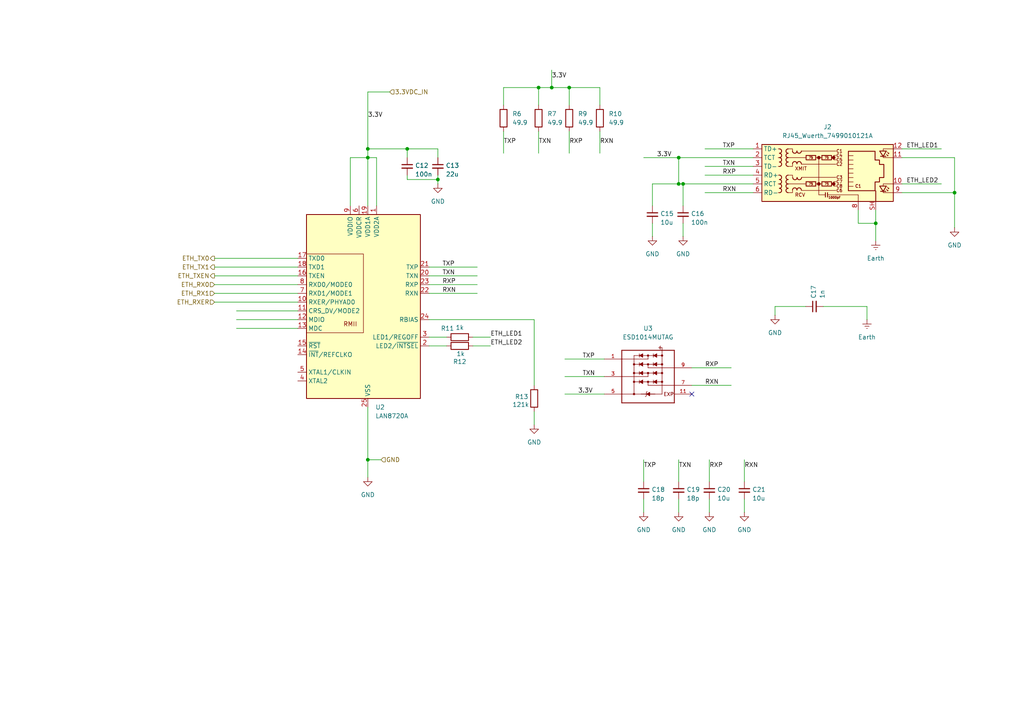
<source format=kicad_sch>
(kicad_sch (version 20231120) (generator "eeschema") (generator_version "8.0")
  (paper "A4")
  (lib_symbols
    (symbol "Connector:RJ45_Wuerth_7499010121A"
      (property "Reference" "J" (at 17.78 10.16 0))
      (property "Value" "RJ45_Wuerth_7499010121A" (at -6.35 10.16 0))
      (symbol "RJ45_Wuerth_7499010121A_0_0"
        (circle (center -1.27 -2.54) (radius 0.0001) (stroke (width 0.508)))
        (circle (center -1.27 5.08) (radius 0.0001) (stroke (width 0.508)))
        (polyline (pts (xy -1.27 5.08) (xy -1.27 -5.715)))
        (polyline (pts (xy 0.635 -5.08) (xy 0.635 -6.35)) (stroke (width 0.254)))
        (polyline (pts (xy 1.27 -5.08) (xy 1.27 -6.35)) (stroke (width 0.254)))
        (polyline (pts (xy 3.048 -2.54) (xy 2.54 -2.54)))
        (polyline (pts (xy 3.048 5.08) (xy 2.54 5.08)))
        (polyline (pts (xy 17.399 -3.175) (xy 17.399 -2.54) (xy 20.32 -2.54)))
        (polyline (pts (xy 17.399 6.985) (xy 17.399 7.62) (xy 20.32 7.62)))
        (polyline (pts (xy 20.32 -5.08) (xy 17.399 -5.08) (xy 17.399 -4.572)))
        (polyline (pts (xy 20.32 5.08) (xy 17.399 5.08) (xy 17.399 5.588)))
        (polyline (pts (xy 3.683 -1.905) (xy 3.048 -1.905) (xy 3.048 -3.175) (xy 3.683 -3.175)))
        (polyline (pts (xy 3.683 5.715) (xy 3.048 5.715) (xy 3.048 4.445) (xy 3.683 4.445)))
        (circle (center 3.048 -2.54) (radius 0.0001) (stroke (width 0.508)))
        (circle (center 3.048 5.08) (radius 0.0001) (stroke (width 0.508)))
        (text "C1" (at 4.699 6.985 0) (effects (font (size 0.889 0.889))))
        (text "C1" (at 10.16 -3.175 0) (effects (font (size 0.889 0.889))))
        (text "C2" (at 4.699 3.175 0) (effects (font (size 0.889 0.889))))
        (text "C3" (at 4.699 -0.635 0) (effects (font (size 0.889 0.889))))
        (text "C4" (at 4.699 5.715 0) (effects (font (size 0.889 0.889))))
        (text "C5" (at 4.699 4.445 0) (effects (font (size 0.889 0.889))))
        (text "C6" (at 4.699 -4.445 0) (effects (font (size 0.889 0.889))))
        (text "C7" (at 4.699 -1.905 0) (effects (font (size 0.889 0.889))))
        (text "C8" (at 4.699 -3.175 0) (effects (font (size 0.889 0.889))))
        (text "RCV" (at -8.255 -5.715 0) (effects (font (size 1.016 1.016)) (justify left)))
        (text "XMIT" (at -8.255 1.905 0) (effects (font (size 1.016 1.016)) (justify left)))
      )
      (symbol "RJ45_Wuerth_7499010121A_0_1"
        (rectangle (start -17.78 8.89) (end 20.32 -7.62) (stroke (width 0.254)) (fill (type background)))
        (polyline (pts (xy -12.7 -5.08) (xy -13.081 -5.08)))
        (polyline (pts (xy -12.7 -2.54) (xy -13.081 -2.54)))
        (polyline (pts (xy -12.7 0) (xy -13.081 0)))
        (polyline (pts (xy -12.7 2.54) (xy -13.081 2.54)))
        (polyline (pts (xy -12.7 5.08) (xy -13.081 5.08)))
        (polyline (pts (xy -12.7 7.62) (xy -13.081 7.62)))
        (polyline (pts (xy -6.35 -4.445) (xy 3.683 -4.445)))
        (polyline (pts (xy -6.35 3.175) (xy 3.683 3.175)))
        (polyline (pts (xy -6.35 6.985) (xy 3.683 6.985)))
        (polyline (pts (xy -6.223 -0.635) (xy 3.683 -0.635)))
        (polyline (pts (xy -5.08 -2.54) (xy -10.16 -2.54)))
        (polyline (pts (xy -4.953 5.08) (xy -10.16 5.08)))
        (polyline (pts (xy -2.159 -2.54) (xy -0.381 -2.54)))
        (polyline (pts (xy -2.159 5.08) (xy -0.381 5.08)))
        (polyline (pts (xy 0.635 -5.715) (xy -1.27 -5.715)))
        (polyline (pts (xy 7.4295 -1.9685) (xy 8.6995 -1.9685)))
        (polyline (pts (xy 7.4295 -0.6985) (xy 8.6995 -0.6985)))
        (polyline (pts (xy 7.4295 0.5715) (xy 8.6995 0.5715)))
        (polyline (pts (xy 7.4295 1.8415) (xy 8.6995 1.8415)))
        (polyline (pts (xy 7.4295 3.1115) (xy 8.6995 3.1115)))
        (polyline (pts (xy 8.6995 -3.2385) (xy 7.4295 -3.2385)))
        (polyline (pts (xy 8.6995 4.3815) (xy 7.4295 4.3815)))
        (polyline (pts (xy 8.6995 5.6515) (xy 7.4295 5.6515)))
        (polyline (pts (xy 10.16 -5.715) (xy 1.27 -5.715)))
        (polyline (pts (xy 10.16 -5.715) (xy 10.16 -7.62)))
        (polyline (pts (xy -10.16 0) (xy -8.89 0) (xy -8.89 -0.635)))
        (polyline (pts (xy -10.16 7.62) (xy -8.89 7.62) (xy -8.89 6.985)))
        (polyline (pts (xy -8.89 -4.445) (xy -8.89 -5.08) (xy -10.16 -5.08)))
        (polyline (pts (xy -8.89 3.175) (xy -8.89 2.54) (xy -10.16 2.54)))
      )
      (symbol "RJ45_Wuerth_7499010121A_1_0"
        (text "1000pF" (at 3.302 -6.477 0) (effects (font (size 0.635 0.635))))
      )
      (symbol "RJ45_Wuerth_7499010121A_1_1"
        (arc (start -12.7 -1.27) (mid -12.0677 -0.635) (end -12.7 0) (stroke (width 0.254)))
        (arc (start -12.6973 -5.08) (mid -12.065 -4.445) (end -12.6973 -3.81) (stroke (width 0.254)))
        (arc (start -12.6973 -3.81) (mid -12.065 -3.175) (end -12.6973 -2.54) (stroke (width 0.254)))
        (arc (start -12.6973 -2.54) (mid -12.065 -1.905) (end -12.6973 -1.27) (stroke (width 0.254)))
        (arc (start -12.6973 6.35) (mid -12.065 6.985) (end -12.6973 7.62) (stroke (width 0.254)))
        (arc (start -12.6946 2.54) (mid -12.0623 3.175) (end -12.6946 3.81) (stroke (width 0.254)))
        (arc (start -12.6946 3.81) (mid -12.0623 4.445) (end -12.6946 5.08) (stroke (width 0.254)))
        (arc (start -12.6946 5.08) (mid -12.0623 5.715) (end -12.6946 6.35) (stroke (width 0.254)))
        (arc (start -10.1654 -2.54) (mid -10.7977 -3.175) (end -10.1654 -3.81) (stroke (width 0.254)))
        (arc (start -10.1654 -1.27) (mid -10.7977 -1.905) (end -10.1654 -2.54) (stroke (width 0.254)))
        (arc (start -10.1654 0) (mid -10.7977 -0.635) (end -10.1654 -1.27) (stroke (width 0.254)))
        (arc (start -10.1654 5.08) (mid -10.7977 4.445) (end -10.1654 3.81) (stroke (width 0.254)))
        (arc (start -10.1654 6.35) (mid -10.7977 5.715) (end -10.1654 5.08) (stroke (width 0.254)))
        (arc (start -10.1654 7.62) (mid -10.7977 6.985) (end -10.1654 6.35) (stroke (width 0.254)))
        (arc (start -10.1627 -3.81) (mid -10.795 -4.445) (end -10.1627 -5.08) (stroke (width 0.254)))
        (arc (start -10.1627 3.81) (mid -10.795 3.175) (end -10.1627 2.54) (stroke (width 0.254)))
        (arc (start -8.89 6.9823) (mid -8.255 6.35) (end -7.62 6.9823) (stroke (width 0.254)))
        (arc (start -8.8265 -0.7012) (mid -8.1915 -1.3335) (end -7.5565 -0.7012) (stroke (width 0.254)))
        (arc (start -7.62 -4.3153) (mid -8.255 -3.683) (end -8.89 -4.3153) (stroke (width 0.254)))
        (arc (start -7.62 3.3047) (mid -8.255 3.937) (end -8.89 3.3047) (stroke (width 0.254)))
        (arc (start -7.62 6.985) (mid -6.985 6.3527) (end -6.35 6.985) (stroke (width 0.254)))
        (arc (start -7.5565 -0.6985) (mid -6.9215 -1.3308) (end -6.2865 -0.6985) (stroke (width 0.254)))
        (arc (start -6.35 -4.3126) (mid -6.985 -3.6803) (end -7.62 -4.3126) (stroke (width 0.254)))
        (arc (start -6.35 3.3074) (mid -6.985 3.9397) (end -7.62 3.3074) (stroke (width 0.254)))
        (rectangle (start -4.953 -1.905) (end -2.159 -3.175) (stroke (width 0.254)))
        (rectangle (start -4.953 5.715) (end -2.159 4.445) (stroke (width 0.254)))
        (rectangle (start -0.381 -1.905) (end 2.413 -3.175) (stroke (width 0.254)))
        (rectangle (start -0.381 5.715) (end 2.413 4.445) (stroke (width 0.254)))
        (polyline (pts (xy 15.24 -7.62) (xy 15.24 -4.572)) (stroke (width 0.254)))
        (polyline (pts (xy 18.161 -4.699) (xy 16.637 -4.699)) (stroke (width 0.254)))
        (polyline (pts (xy 18.161 5.461) (xy 16.637 5.461)) (stroke (width 0.254)))
        (polyline (pts (xy 18.796 -4.572) (xy 18.796 -4.318)))
        (polyline (pts (xy 18.796 5.588) (xy 18.796 5.842)))
        (polyline (pts (xy 19.05 -3.937) (xy 19.05 -3.683)))
        (polyline (pts (xy 19.05 6.223) (xy 19.05 6.477)))
        (polyline (pts (xy 18.288 -4.064) (xy 18.796 -4.572) (xy 18.542 -4.572)))
        (polyline (pts (xy 18.288 6.096) (xy 18.796 5.588) (xy 18.542 5.588)))
        (polyline (pts (xy 18.542 -3.429) (xy 19.05 -3.937) (xy 18.796 -3.937)))
        (polyline (pts (xy 18.542 6.731) (xy 19.05 6.223) (xy 18.796 6.223)))
        (polyline (pts (xy 18.288 -3.175) (xy 16.383 -3.175) (xy 17.399 -4.699) (xy 18.288 -3.175)) (stroke (width 0.254)))
        (polyline (pts (xy 18.288 6.985) (xy 16.383 6.985) (xy 17.399 5.461) (xy 18.288 6.985)) (stroke (width 0.254)))
        (polyline (pts (xy 7.3025 -4.5085) (xy 7.3025 6.9215) (xy 15.0495 6.9215) (xy 15.0495 4.3815) (xy 16.3195 4.3815) (xy 16.3195 3.1115) (xy 17.5895 3.1115) (xy 17.5895 -0.6985) (xy 16.3195 -0.6985) (xy 16.3195 -1.9685) (xy 15.0495 -1.9685) (xy 15.0495 -4.5085) (xy 7.3025 -4.5085)) (stroke (width 0.254)))
        (text "75" (at -3.556 -2.54 0) (effects (font (size 0.635 0.635))))
        (text "75" (at -3.556 5.08 0) (effects (font (size 0.635 0.635))))
        (text "75" (at 1.016 -2.54 0) (effects (font (size 0.635 0.635))))
        (text "75" (at 1.016 5.08 0) (effects (font (size 0.635 0.635))))
        (pin passive line (at -20.32 7.62 0) (length 2.54) (name "TD+") (number "1"))
        (pin passive line (at 22.86 -2.54 180) (length 2.54) (name "") (number "10"))
        (pin passive line (at 22.86 5.08 180) (length 2.54) (name "") (number "11"))
        (pin passive line (at 22.86 7.62 180) (length 2.54) (name "") (number "12"))
        (pin passive line (at -20.32 5.08 0) (length 2.54) (name "TCT") (number "2"))
        (pin passive line (at -20.32 2.54 0) (length 2.54) (name "TD-") (number "3"))
        (pin passive line (at -20.32 0 0) (length 2.54) (name "RD+") (number "4"))
        (pin passive line (at -20.32 -2.54 0) (length 2.54) (name "RCT") (number "5"))
        (pin passive line (at -20.32 -5.08 0) (length 2.54) (name "RD-") (number "6"))
        (pin no_connect line (at 20.32 0 0) (length 0) hide (name "NC") (number "7"))
        (pin power_in line (at 10.16 -10.16 90) (length 2.54) (name "") (number "8"))
        (pin passive line (at 22.86 -5.08 180) (length 2.54) (name "") (number "9"))
        (pin passive line (at 15.24 -10.16 90) (length 2.54) (name "") (number "SH"))
      )
    )
    (symbol "Device:C_Small" (pin_numbers hide) (pin_names (offset 0.254) hide)
      (property "Reference" "C" (at 0.254 1.778 0))
      (property "Value" "C_Small" (at 0.254 -2.032 0))
      (symbol "C_Small_0_1"
        (polyline (pts (xy -1.524 -0.508) (xy 1.524 -0.508)) (stroke (width 0.3302)))
        (polyline (pts (xy -1.524 0.508) (xy 1.524 0.508)) (stroke (width 0.3048)))
      )
      (symbol "C_Small_1_1"
        (pin passive line (at 0 2.54 270) (length 2.032) (name "~") (number "1"))
        (pin passive line (at 0 -2.54 90) (length 2.032) (name "~") (number "2"))
      )
    )
    (symbol "Device:R" (pin_numbers hide) (pin_names (offset 0))
      (property "Reference" "R" (at 2.032 0 90))
      (property "Value" "R" (at 0 0 90))
      (symbol "R_0_1"
        (rectangle (start -1.016 -2.54) (end 1.016 2.54) (stroke (width 0.254)))
      )
      (symbol "R_1_1"
        (pin passive line (at 0 3.81 270) (length 1.27) (name "~") (number "1"))
        (pin passive line (at 0 -3.81 90) (length 1.27) (name "~") (number "2"))
      )
    )
    (symbol "ESD1014MUTAG:ESD1014MUTAG" (pin_names (offset 1.016))
      (property "Reference" "U" (at -7.62 7.62 0))
      (property "Value" "ESD1014MUTAG" (at -7.62 -10.16 0))
      (symbol "ESD1014MUTAG_0_0"
        (circle (center -4.064 -5.08) (radius 0.127) (stroke (width 0.1524)))
        (circle (center -4.064 -5.08) (radius 0.254) (stroke (width 0.1524)))
        (circle (center -4.064 -1.524) (radius 0.127) (stroke (width 0.1524)))
        (circle (center -4.064 -1.524) (radius 0.254) (stroke (width 0.1524)))
        (circle (center -4.064 1.016) (radius 0.127) (stroke (width 0.1524)))
        (circle (center -4.064 1.016) (radius 0.254) (stroke (width 0.1524)))
        (circle (center -4.064 3.556) (radius 0.127) (stroke (width 0.1524)))
        (circle (center -4.064 3.556) (radius 0.254) (stroke (width 0.1524)))
        (circle (center 0 -1.524) (radius 0.127) (stroke (width 0.1524)))
        (circle (center 0 -1.524) (radius 0.254) (stroke (width 0.1524)))
        (polyline (pts (xy -7.62 -7.62) (xy -7.62 -5.08)) (stroke (width 0.254)))
        (polyline (pts (xy -7.62 -5.08) (xy -7.62 0)) (stroke (width 0.254)))
        (polyline (pts (xy -7.62 0) (xy -7.62 5.08)) (stroke (width 0.254)))
        (polyline (pts (xy -7.62 5.08) (xy -7.62 7.62)) (stroke (width 0.254)))
        (polyline (pts (xy -7.62 5.08) (xy 0 5.08)) (stroke (width 0.1524)))
        (polyline (pts (xy -7.62 7.62) (xy 7.62 7.62)) (stroke (width 0.254)))
        (polyline (pts (xy -4.064 -5.08) (xy -7.62 -5.08)) (stroke (width 0.1524)))
        (polyline (pts (xy -4.064 -5.08) (xy 4.064 -5.08)) (stroke (width 0.1524)))
        (polyline (pts (xy -4.064 6.096) (xy -4.064 -5.08)) (stroke (width 0.1524)))
        (polyline (pts (xy -2.54 -1.524) (xy -4.064 -1.524)) (stroke (width 0.1524)))
        (polyline (pts (xy -2.54 -1.524) (xy -2.54 -2.032)) (stroke (width 0.1524)))
        (polyline (pts (xy -2.54 -1.524) (xy -2.54 -1.016)) (stroke (width 0.1524)))
        (polyline (pts (xy -2.54 -1.524) (xy -2.032 -1.27)) (stroke (width 0.1524)))
        (polyline (pts (xy -2.54 1.016) (xy -4.064 1.016)) (stroke (width 0.1524)))
        (polyline (pts (xy -2.54 1.016) (xy -2.54 0.508)) (stroke (width 0.1524)))
        (polyline (pts (xy -2.54 1.016) (xy -2.54 1.524)) (stroke (width 0.1524)))
        (polyline (pts (xy -2.54 1.016) (xy -2.032 1.27)) (stroke (width 0.1524)))
        (polyline (pts (xy -2.54 3.556) (xy -4.064 3.556)) (stroke (width 0.1524)))
        (polyline (pts (xy -2.54 3.556) (xy -2.54 3.048)) (stroke (width 0.1524)))
        (polyline (pts (xy -2.54 3.556) (xy -2.54 4.064)) (stroke (width 0.1524)))
        (polyline (pts (xy -2.54 3.556) (xy -2.032 3.81)) (stroke (width 0.1524)))
        (polyline (pts (xy -2.54 6.096) (xy -4.064 6.096)) (stroke (width 0.1524)))
        (polyline (pts (xy -2.54 6.096) (xy -2.54 5.588)) (stroke (width 0.1524)))
        (polyline (pts (xy -2.54 6.096) (xy -2.54 6.604)) (stroke (width 0.1524)))
        (polyline (pts (xy -2.54 6.096) (xy -2.032 6.35)) (stroke (width 0.1524)))
        (polyline (pts (xy -2.286 -1.524) (xy -2.54 -1.524)) (stroke (width 0.1524)))
        (polyline (pts (xy -2.286 -1.524) (xy -1.524 -1.778)) (stroke (width 0.1524)))
        (polyline (pts (xy -2.286 -1.524) (xy -1.524 -1.27)) (stroke (width 0.1524)))
        (polyline (pts (xy -2.286 1.016) (xy -2.54 1.016)) (stroke (width 0.1524)))
        (polyline (pts (xy -2.286 1.016) (xy -1.524 0.762)) (stroke (width 0.1524)))
        (polyline (pts (xy -2.286 1.016) (xy -1.524 1.27)) (stroke (width 0.1524)))
        (polyline (pts (xy -2.286 3.556) (xy -2.54 3.556)) (stroke (width 0.1524)))
        (polyline (pts (xy -2.286 3.556) (xy -1.524 3.302)) (stroke (width 0.1524)))
        (polyline (pts (xy -2.286 3.556) (xy -1.524 3.81)) (stroke (width 0.1524)))
        (polyline (pts (xy -2.286 6.096) (xy -2.54 6.096)) (stroke (width 0.1524)))
        (polyline (pts (xy -2.286 6.096) (xy -1.524 5.842)) (stroke (width 0.1524)))
        (polyline (pts (xy -2.286 6.096) (xy -1.524 6.35)) (stroke (width 0.1524)))
        (polyline (pts (xy -2.032 -1.27) (xy -1.524 -1.016)) (stroke (width 0.1524)))
        (polyline (pts (xy -2.032 1.27) (xy -1.524 1.524)) (stroke (width 0.1524)))
        (polyline (pts (xy -2.032 3.81) (xy -1.524 4.064)) (stroke (width 0.1524)))
        (polyline (pts (xy -2.032 6.35) (xy -1.524 6.604)) (stroke (width 0.1524)))
        (polyline (pts (xy -1.778 -1.778) (xy -2.286 -1.524)) (stroke (width 0.1524)))
        (polyline (pts (xy -1.778 -1.778) (xy -1.524 -2.032)) (stroke (width 0.1524)))
        (polyline (pts (xy -1.778 -1.27) (xy -2.032 -1.27)) (stroke (width 0.1524)))
        (polyline (pts (xy -1.778 -1.27) (xy -1.778 -1.778)) (stroke (width 0.1524)))
        (polyline (pts (xy -1.778 0.762) (xy -2.286 1.016)) (stroke (width 0.1524)))
        (polyline (pts (xy -1.778 0.762) (xy -1.524 0.508)) (stroke (width 0.1524)))
        (polyline (pts (xy -1.778 1.27) (xy -2.032 1.27)) (stroke (width 0.1524)))
        (polyline (pts (xy -1.778 1.27) (xy -1.778 0.762)) (stroke (width 0.1524)))
        (polyline (pts (xy -1.778 3.302) (xy -2.286 3.556)) (stroke (width 0.1524)))
        (polyline (pts (xy -1.778 3.302) (xy -1.524 3.048)) (stroke (width 0.1524)))
        (polyline (pts (xy -1.778 3.81) (xy -2.032 3.81)) (stroke (width 0.1524)))
        (polyline (pts (xy -1.778 3.81) (xy -1.778 3.302)) (stroke (width 0.1524)))
        (polyline (pts (xy -1.778 5.842) (xy -2.286 6.096)) (stroke (width 0.1524)))
        (polyline (pts (xy -1.778 5.842) (xy -1.524 5.588)) (stroke (width 0.1524)))
        (polyline (pts (xy -1.778 6.35) (xy -2.032 6.35)) (stroke (width 0.1524)))
        (polyline (pts (xy -1.778 6.35) (xy -1.778 5.842)) (stroke (width 0.1524)))
        (polyline (pts (xy -1.524 -2.032) (xy -2.54 -1.524)) (stroke (width 0.1524)))
        (polyline (pts (xy -1.524 -2.032) (xy -1.778 -1.27)) (stroke (width 0.1524)))
        (polyline (pts (xy -1.524 -1.778) (xy -1.524 -2.032)) (stroke (width 0.1524)))
        (polyline (pts (xy -1.524 -1.778) (xy -1.524 -1.27)) (stroke (width 0.1524)))
        (polyline (pts (xy -1.524 -1.27) (xy -1.778 -1.27)) (stroke (width 0.1524)))
        (polyline (pts (xy -1.524 -1.016) (xy -1.778 -1.778)) (stroke (width 0.1524)))
        (polyline (pts (xy -1.524 -1.016) (xy -1.778 -1.27)) (stroke (width 0.1524)))
        (polyline (pts (xy -1.524 -1.016) (xy -1.524 -1.27)) (stroke (width 0.1524)))
        (polyline (pts (xy -1.524 0.508) (xy -2.54 1.016)) (stroke (width 0.1524)))
        (polyline (pts (xy -1.524 0.508) (xy -1.778 1.27)) (stroke (width 0.1524)))
        (polyline (pts (xy -1.524 0.762) (xy -1.524 0.508)) (stroke (width 0.1524)))
        (polyline (pts (xy -1.524 0.762) (xy -1.524 1.27)) (stroke (width 0.1524)))
        (polyline (pts (xy -1.524 1.27) (xy -1.778 1.27)) (stroke (width 0.1524)))
        (polyline (pts (xy -1.524 1.524) (xy -1.778 0.762)) (stroke (width 0.1524)))
        (polyline (pts (xy -1.524 1.524) (xy -1.778 1.27)) (stroke (width 0.1524)))
        (polyline (pts (xy -1.524 1.524) (xy -1.524 1.27)) (stroke (width 0.1524)))
        (polyline (pts (xy -1.524 3.048) (xy -2.54 3.556)) (stroke (width 0.1524)))
        (polyline (pts (xy -1.524 3.048) (xy -1.778 3.81)) (stroke (width 0.1524)))
        (polyline (pts (xy -1.524 3.302) (xy -1.524 3.048)) (stroke (width 0.1524)))
        (polyline (pts (xy -1.524 3.302) (xy -1.524 3.81)) (stroke (width 0.1524)))
        (polyline (pts (xy -1.524 3.81) (xy -1.778 3.81)) (stroke (width 0.1524)))
        (polyline (pts (xy -1.524 4.064) (xy -1.778 3.302)) (stroke (width 0.1524)))
        (polyline (pts (xy -1.524 4.064) (xy -1.778 3.81)) (stroke (width 0.1524)))
        (polyline (pts (xy -1.524 4.064) (xy -1.524 3.81)) (stroke (width 0.1524)))
        (polyline (pts (xy -1.524 5.588) (xy -2.54 6.096)) (stroke (width 0.1524)))
        (polyline (pts (xy -1.524 5.588) (xy -1.778 6.35)) (stroke (width 0.1524)))
        (polyline (pts (xy -1.524 5.842) (xy -1.524 5.588)) (stroke (width 0.1524)))
        (polyline (pts (xy -1.524 5.842) (xy -1.524 6.35)) (stroke (width 0.1524)))
        (polyline (pts (xy -1.524 6.35) (xy -1.778 6.35)) (stroke (width 0.1524)))
        (polyline (pts (xy -1.524 6.604) (xy -1.778 5.842)) (stroke (width 0.1524)))
        (polyline (pts (xy -1.524 6.604) (xy -1.778 6.35)) (stroke (width 0.1524)))
        (polyline (pts (xy -1.524 6.604) (xy -1.524 6.35)) (stroke (width 0.1524)))
        (polyline (pts (xy -0.508 -5.588) (xy -0.762 -5.842)) (stroke (width 0.1524)))
        (polyline (pts (xy -0.508 -5.08) (xy -2.032 -5.08)) (stroke (width 0.1524)))
        (polyline (pts (xy -0.508 -5.08) (xy -0.508 -5.588)) (stroke (width 0.1524)))
        (polyline (pts (xy -0.508 -5.08) (xy -0.508 -4.572)) (stroke (width 0.1524)))
        (polyline (pts (xy -0.508 -5.08) (xy 0 -4.826)) (stroke (width 0.1524)))
        (polyline (pts (xy -0.508 -4.572) (xy -0.254 -4.318)) (stroke (width 0.1524)))
        (polyline (pts (xy -0.254 -5.08) (xy -0.508 -5.08)) (stroke (width 0.1524)))
        (polyline (pts (xy -0.254 -5.08) (xy 0.508 -5.334)) (stroke (width 0.1524)))
        (polyline (pts (xy -0.254 -5.08) (xy 0.508 -4.826)) (stroke (width 0.1524)))
        (polyline (pts (xy 0 -4.826) (xy 0.508 -4.572)) (stroke (width 0.1524)))
        (polyline (pts (xy 0 -2.54) (xy 0 -1.524)) (stroke (width 0.1524)))
        (polyline (pts (xy 0 -2.54) (xy 7.62 -2.54)) (stroke (width 0.1524)))
        (polyline (pts (xy 0 -1.524) (xy -2.286 -1.524)) (stroke (width 0.1524)))
        (polyline (pts (xy 0 0) (xy -7.62 0)) (stroke (width 0.1524)))
        (polyline (pts (xy 0 0) (xy 0 1.016)) (stroke (width 0.1524)))
        (polyline (pts (xy 0 1.016) (xy -2.286 1.016)) (stroke (width 0.1524)))
        (polyline (pts (xy 0 2.54) (xy 0 3.556)) (stroke (width 0.1524)))
        (polyline (pts (xy 0 2.54) (xy 7.62 2.54)) (stroke (width 0.1524)))
        (polyline (pts (xy 0 3.556) (xy -2.286 3.556)) (stroke (width 0.1524)))
        (polyline (pts (xy 0 5.08) (xy 0 6.096)) (stroke (width 0.1524)))
        (polyline (pts (xy 0 6.096) (xy -2.286 6.096)) (stroke (width 0.1524)))
        (polyline (pts (xy 0.254 -5.334) (xy -0.254 -5.08)) (stroke (width 0.1524)))
        (polyline (pts (xy 0.254 -5.334) (xy 0.508 -5.588)) (stroke (width 0.1524)))
        (polyline (pts (xy 0.254 -4.826) (xy 0 -4.826)) (stroke (width 0.1524)))
        (polyline (pts (xy 0.254 -4.826) (xy 0.254 -5.334)) (stroke (width 0.1524)))
        (polyline (pts (xy 0.508 -5.588) (xy -0.508 -5.08)) (stroke (width 0.1524)))
        (polyline (pts (xy 0.508 -5.588) (xy 0.254 -4.826)) (stroke (width 0.1524)))
        (polyline (pts (xy 0.508 -5.334) (xy 0.508 -5.588)) (stroke (width 0.1524)))
        (polyline (pts (xy 0.508 -5.334) (xy 0.508 -4.826)) (stroke (width 0.1524)))
        (polyline (pts (xy 0.508 -4.826) (xy 0.254 -4.826)) (stroke (width 0.1524)))
        (polyline (pts (xy 0.508 -4.572) (xy 0.254 -5.334)) (stroke (width 0.1524)))
        (polyline (pts (xy 0.508 -4.572) (xy 0.254 -4.826)) (stroke (width 0.1524)))
        (polyline (pts (xy 0.508 -4.572) (xy 0.508 -4.826)) (stroke (width 0.1524)))
        (polyline (pts (xy 1.524 -1.524) (xy 0 -1.524)) (stroke (width 0.1524)))
        (polyline (pts (xy 1.524 -1.524) (xy 1.524 -2.032)) (stroke (width 0.1524)))
        (polyline (pts (xy 1.524 -1.524) (xy 1.524 -1.016)) (stroke (width 0.1524)))
        (polyline (pts (xy 1.524 -1.524) (xy 2.032 -1.27)) (stroke (width 0.1524)))
        (polyline (pts (xy 1.524 1.016) (xy 0 1.016)) (stroke (width 0.1524)))
        (polyline (pts (xy 1.524 1.016) (xy 1.524 0.508)) (stroke (width 0.1524)))
        (polyline (pts (xy 1.524 1.016) (xy 1.524 1.524)) (stroke (width 0.1524)))
        (polyline (pts (xy 1.524 1.016) (xy 2.032 1.27)) (stroke (width 0.1524)))
        (polyline (pts (xy 1.524 3.556) (xy 0 3.556)) (stroke (width 0.1524)))
        (polyline (pts (xy 1.524 3.556) (xy 1.524 3.048)) (stroke (width 0.1524)))
        (polyline (pts (xy 1.524 3.556) (xy 1.524 4.064)) (stroke (width 0.1524)))
        (polyline (pts (xy 1.524 3.556) (xy 2.032 3.81)) (stroke (width 0.1524)))
        (polyline (pts (xy 1.524 6.096) (xy 0 6.096)) (stroke (width 0.1524)))
        (polyline (pts (xy 1.524 6.096) (xy 1.524 5.588)) (stroke (width 0.1524)))
        (polyline (pts (xy 1.524 6.096) (xy 1.524 6.604)) (stroke (width 0.1524)))
        (polyline (pts (xy 1.524 6.096) (xy 2.032 6.35)) (stroke (width 0.1524)))
        (polyline (pts (xy 1.778 -1.524) (xy 1.524 -1.524)) (stroke (width 0.1524)))
        (polyline (pts (xy 1.778 -1.524) (xy 2.54 -1.778)) (stroke (width 0.1524)))
        (polyline (pts (xy 1.778 -1.524) (xy 2.54 -1.27)) (stroke (width 0.1524)))
        (polyline (pts (xy 1.778 1.016) (xy 1.524 1.016)) (stroke (width 0.1524)))
        (polyline (pts (xy 1.778 1.016) (xy 2.54 0.762)) (stroke (width 0.1524)))
        (polyline (pts (xy 1.778 1.016) (xy 2.54 1.27)) (stroke (width 0.1524)))
        (polyline (pts (xy 1.778 3.556) (xy 1.524 3.556)) (stroke (width 0.1524)))
        (polyline (pts (xy 1.778 3.556) (xy 2.54 3.302)) (stroke (width 0.1524)))
        (polyline (pts (xy 1.778 3.556) (xy 2.54 3.81)) (stroke (width 0.1524)))
        (polyline (pts (xy 1.778 6.096) (xy 1.524 6.096)) (stroke (width 0.1524)))
        (polyline (pts (xy 1.778 6.096) (xy 2.54 5.842)) (stroke (width 0.1524)))
        (polyline (pts (xy 1.778 6.096) (xy 2.54 6.35)) (stroke (width 0.1524)))
        (polyline (pts (xy 2.032 -5.08) (xy -0.254 -5.08)) (stroke (width 0.1524)))
        (polyline (pts (xy 2.032 -1.27) (xy 2.54 -1.016)) (stroke (width 0.1524)))
        (polyline (pts (xy 2.032 1.27) (xy 2.54 1.524)) (stroke (width 0.1524)))
        (polyline (pts (xy 2.032 3.81) (xy 2.54 4.064)) (stroke (width 0.1524)))
        (polyline (pts (xy 2.032 6.35) (xy 2.54 6.604)) (stroke (width 0.1524)))
        (polyline (pts (xy 2.286 -1.778) (xy 1.778 -1.524)) (stroke (width 0.1524)))
        (polyline (pts (xy 2.286 -1.778) (xy 2.54 -2.032)) (stroke (width 0.1524)))
        (polyline (pts (xy 2.286 -1.27) (xy 2.032 -1.27)) (stroke (width 0.1524)))
        (polyline (pts (xy 2.286 -1.27) (xy 2.286 -1.778)) (stroke (width 0.1524)))
        (polyline (pts (xy 2.286 0.762) (xy 1.778 1.016)) (stroke (width 0.1524)))
        (polyline (pts (xy 2.286 0.762) (xy 2.54 0.508)) (stroke (width 0.1524)))
        (polyline (pts (xy 2.286 1.27) (xy 2.032 1.27)) (stroke (width 0.1524)))
        (polyline (pts (xy 2.286 1.27) (xy 2.286 0.762)) (stroke (width 0.1524)))
        (polyline (pts (xy 2.286 3.302) (xy 1.778 3.556)) (stroke (width 0.1524)))
        (polyline (pts (xy 2.286 3.302) (xy 2.54 3.048)) (stroke (width 0.1524)))
        (polyline (pts (xy 2.286 3.81) (xy 2.032 3.81)) (stroke (width 0.1524)))
        (polyline (pts (xy 2.286 3.81) (xy 2.286 3.302)) (stroke (width 0.1524)))
        (polyline (pts (xy 2.286 5.842) (xy 1.778 6.096)) (stroke (width 0.1524)))
        (polyline (pts (xy 2.286 5.842) (xy 2.54 5.588)) (stroke (width 0.1524)))
        (polyline (pts (xy 2.286 6.35) (xy 2.032 6.35)) (stroke (width 0.1524)))
        (polyline (pts (xy 2.286 6.35) (xy 2.286 5.842)) (stroke (width 0.1524)))
        (polyline (pts (xy 2.54 -2.032) (xy 1.524 -1.524)) (stroke (width 0.1524)))
        (polyline (pts (xy 2.54 -2.032) (xy 2.286 -1.27)) (stroke (width 0.1524)))
        (polyline (pts (xy 2.54 -1.778) (xy 2.54 -2.032)) (stroke (width 0.1524)))
        (polyline (pts (xy 2.54 -1.778) (xy 2.54 -1.27)) (stroke (width 0.1524)))
        (polyline (pts (xy 2.54 -1.27) (xy 2.286 -1.27)) (stroke (width 0.1524)))
        (polyline (pts (xy 2.54 -1.016) (xy 2.286 -1.778)) (stroke (width 0.1524)))
        (polyline (pts (xy 2.54 -1.016) (xy 2.286 -1.27)) (stroke (width 0.1524)))
        (polyline (pts (xy 2.54 -1.016) (xy 2.54 -1.27)) (stroke (width 0.1524)))
        (polyline (pts (xy 2.54 0.508) (xy 1.524 1.016)) (stroke (width 0.1524)))
        (polyline (pts (xy 2.54 0.508) (xy 2.286 1.27)) (stroke (width 0.1524)))
        (polyline (pts (xy 2.54 0.762) (xy 2.54 0.508)) (stroke (width 0.1524)))
        (polyline (pts (xy 2.54 0.762) (xy 2.54 1.27)) (stroke (width 0.1524)))
        (polyline (pts (xy 2.54 1.27) (xy 2.286 1.27)) (stroke (width 0.1524)))
        (polyline (pts (xy 2.54 1.524) (xy 2.286 0.762)) (stroke (width 0.1524)))
        (polyline (pts (xy 2.54 1.524) (xy 2.286 1.27)) (stroke (width 0.1524)))
        (polyline (pts (xy 2.54 1.524) (xy 2.54 1.27)) (stroke (width 0.1524)))
        (polyline (pts (xy 2.54 3.048) (xy 1.524 3.556)) (stroke (width 0.1524)))
        (polyline (pts (xy 2.54 3.048) (xy 2.286 3.81)) (stroke (width 0.1524)))
        (polyline (pts (xy 2.54 3.302) (xy 2.54 3.048)) (stroke (width 0.1524)))
        (polyline (pts (xy 2.54 3.302) (xy 2.54 3.81)) (stroke (width 0.1524)))
        (polyline (pts (xy 2.54 3.81) (xy 2.286 3.81)) (stroke (width 0.1524)))
        (polyline (pts (xy 2.54 4.064) (xy 2.286 3.302)) (stroke (width 0.1524)))
        (polyline (pts (xy 2.54 4.064) (xy 2.286 3.81)) (stroke (width 0.1524)))
        (polyline (pts (xy 2.54 4.064) (xy 2.54 3.81)) (stroke (width 0.1524)))
        (polyline (pts (xy 2.54 5.588) (xy 1.524 6.096)) (stroke (width 0.1524)))
        (polyline (pts (xy 2.54 5.588) (xy 2.286 6.35)) (stroke (width 0.1524)))
        (polyline (pts (xy 2.54 5.842) (xy 2.54 5.588)) (stroke (width 0.1524)))
        (polyline (pts (xy 2.54 5.842) (xy 2.54 6.35)) (stroke (width 0.1524)))
        (polyline (pts (xy 2.54 6.35) (xy 2.286 6.35)) (stroke (width 0.1524)))
        (polyline (pts (xy 2.54 6.604) (xy 2.286 5.842)) (stroke (width 0.1524)))
        (polyline (pts (xy 2.54 6.604) (xy 2.286 6.35)) (stroke (width 0.1524)))
        (polyline (pts (xy 2.54 6.604) (xy 2.54 6.35)) (stroke (width 0.1524)))
        (polyline (pts (xy 3.0734 8.382) (xy 3.048 8.382)) (stroke (width 0.1524)))
        (polyline (pts (xy 3.302 8.636) (xy 3.302 8.128)) (stroke (width 0.1524)))
        (polyline (pts (xy 3.556 8.382) (xy 3.556 7.874)) (stroke (width 0.1524)))
        (polyline (pts (xy 3.556 8.382) (xy 3.556 8.89)) (stroke (width 0.1524)))
        (polyline (pts (xy 4.064 -5.08) (xy 4.064 6.096)) (stroke (width 0.1524)))
        (polyline (pts (xy 4.064 -1.524) (xy 1.778 -1.524)) (stroke (width 0.1524)))
        (polyline (pts (xy 4.064 1.016) (xy 1.778 1.016)) (stroke (width 0.1524)))
        (polyline (pts (xy 4.064 3.556) (xy 1.778 3.556)) (stroke (width 0.1524)))
        (polyline (pts (xy 4.064 6.096) (xy 1.778 6.096)) (stroke (width 0.1524)))
        (polyline (pts (xy 4.064 6.096) (xy 4.064 8.382)) (stroke (width 0.1524)))
        (polyline (pts (xy 4.064 8.382) (xy 3.556 8.382)) (stroke (width 0.1524)))
        (polyline (pts (xy 7.62 -7.62) (xy -7.62 -7.62)) (stroke (width 0.254)))
        (polyline (pts (xy 7.62 -2.54) (xy 7.62 -7.62)) (stroke (width 0.254)))
        (polyline (pts (xy 7.62 7.62) (xy 7.62 -2.54)) (stroke (width 0.254)))
        (circle (center 0 1.016) (radius 0.127) (stroke (width 0.1524)))
        (circle (center 0 1.016) (radius 0.254) (stroke (width 0.1524)))
        (circle (center 0 3.556) (radius 0.127) (stroke (width 0.1524)))
        (circle (center 0 3.556) (radius 0.254) (stroke (width 0.1524)))
        (circle (center 0 6.096) (radius 0.127) (stroke (width 0.1524)))
        (circle (center 0 6.096) (radius 0.254) (stroke (width 0.1524)))
        (circle (center 4.064 -1.524) (radius 0.127) (stroke (width 0.1524)))
        (circle (center 4.064 -1.524) (radius 0.254) (stroke (width 0.1524)))
        (circle (center 4.064 1.016) (radius 0.127) (stroke (width 0.1524)))
        (circle (center 4.064 1.016) (radius 0.254) (stroke (width 0.1524)))
        (circle (center 4.064 3.556) (radius 0.127) (stroke (width 0.1524)))
        (circle (center 4.064 3.556) (radius 0.254) (stroke (width 0.1524)))
        (circle (center 4.064 6.096) (radius 0.127) (stroke (width 0.1524)))
        (circle (center 4.064 6.096) (radius 0.254) (stroke (width 0.1524)))
        (text "EXP" (at 4.445 -5.715 0) (effects (font (size 1.016 1.016)) (justify left bottom)))
        (pin passive line (at -12.7 5.08 0) (length 5.08) (name "~") (number "1"))
        (pin passive line (at 12.7 -5.08 180) (length 5.08) (name "~") (number "11"))
        (pin passive line (at -12.7 0 0) (length 5.08) (name "~") (number "3"))
        (pin passive line (at -12.7 -5.08 0) (length 5.08) (name "~") (number "5"))
        (pin passive line (at 12.7 -2.54 180) (length 5.08) (name "~") (number "7"))
        (pin passive line (at 12.7 2.54 180) (length 5.08) (name "~") (number "9"))
      )
    )
    (symbol "Interface_Ethernet:LAN8720A"
      (property "Reference" "U" (at -13.97 29.21 0))
      (property "Value" "LAN8720A" (at 15.24 29.21 0))
      (symbol "LAN8720A_0_0"
        (text "RMII" (at -5.08 -3.81 0) (effects (font (size 1.27 1.27))))
      )
      (symbol "LAN8720A_0_1"
        (rectangle (start -17.78 27.94) (end 15.24 -25.4) (stroke (width 0.254)) (fill (type background)))
        (polyline (pts (xy -17.78 -6.35) (xy -1.27 -6.35) (xy -1.27 16.51) (xy -17.78 16.51)))
      )
      (symbol "LAN8720A_1_1"
        (pin power_in line (at 2.54 30.48 270) (length 2.54) (name "VDD2A") (number "1"))
        (pin output line (at -20.32 2.54 0) (length 2.54) (name "RXER/PHYAD0") (number "10"))
        (pin bidirectional line (at -20.32 0 0) (length 2.54) (name "CRS_DV/MODE2") (number "11"))
        (pin bidirectional line (at -20.32 -2.54 0) (length 2.54) (name "MDIO") (number "12"))
        (pin input line (at -20.32 -5.08 0) (length 2.54) (name "MDC") (number "13"))
        (pin output line (at -20.32 -12.7 0) (length 2.54) (name "~{INT}/REFCLKO") (number "14"))
        (pin input line (at -20.32 -10.16 0) (length 2.54) (name "~{RST}") (number "15"))
        (pin input line (at -20.32 10.16 0) (length 2.54) (name "TXEN") (number "16"))
        (pin input line (at -20.32 15.24 0) (length 2.54) (name "TXD0") (number "17"))
        (pin input line (at -20.32 12.7 0) (length 2.54) (name "TXD1") (number "18"))
        (pin power_in line (at 0 30.48 270) (length 2.54) (name "VDD1A") (number "19"))
        (pin bidirectional line (at 17.78 -10.16 180) (length 2.54) (name "LED2/~{INTSEL}") (number "2"))
        (pin bidirectional line (at 17.78 10.16 180) (length 2.54) (name "TXN") (number "20"))
        (pin bidirectional line (at 17.78 12.7 180) (length 2.54) (name "TXP") (number "21"))
        (pin bidirectional line (at 17.78 5.08 180) (length 2.54) (name "RXN") (number "22"))
        (pin bidirectional line (at 17.78 7.62 180) (length 2.54) (name "RXP") (number "23"))
        (pin passive line (at 17.78 -2.54 180) (length 2.54) (name "RBIAS") (number "24"))
        (pin power_in line (at 0 -27.94 90) (length 2.54) (name "VSS") (number "25"))
        (pin bidirectional line (at 17.78 -7.62 180) (length 2.54) (name "LED1/REGOFF") (number "3"))
        (pin output line (at -20.32 -20.32 0) (length 2.54) (name "XTAL2") (number "4"))
        (pin input line (at -20.32 -17.78 0) (length 2.54) (name "XTAL1/CLKIN") (number "5"))
        (pin power_in line (at -2.54 30.48 270) (length 2.54) (name "VDDCR") (number "6"))
        (pin bidirectional line (at -20.32 5.08 0) (length 2.54) (name "RXD1/MODE1") (number "7"))
        (pin bidirectional line (at -20.32 7.62 0) (length 2.54) (name "RXD0/MODE0") (number "8"))
        (pin power_in line (at -5.08 30.48 270) (length 2.54) (name "VDDIO") (number "9"))
      )
    )
    (symbol "power:Earth" (power) (pin_numbers hide) (pin_names (offset 0) hide)
      (property "Value" "Earth" (at 0 -3.81 0))
      (symbol "Earth_0_1"
        (polyline (pts (xy -0.635 -1.905) (xy 0.635 -1.905)))
        (polyline (pts (xy -0.127 -2.54) (xy 0.127 -2.54)))
        (polyline (pts (xy 0 -1.27) (xy 0 0)))
        (polyline (pts (xy 1.27 -1.27) (xy -1.27 -1.27)))
      )
      (symbol "Earth_1_1"
        (pin power_in line (at 0 0 270) (length 0) (name "~") (number "1"))
      )
    )
    (symbol "power:GND" (power) (pin_numbers hide) (pin_names (offset 0) hide)
      (property "Value" "GND" (at 0 -3.81 0))
      (symbol "GND_0_1"
        (polyline (pts (xy 0 0) (xy 0 -1.27) (xy 1.27 -1.27) (xy 0 -2.54) (xy -1.27 -1.27) (xy 0 -1.27)))
      )
      (symbol "GND_1_1"
        (pin power_in line (at 0 0 270) (length 0) (name "~") (number "1"))
      )
    )
  )
  (junction (at 106.68 43.18))
  (junction (at 165.1 25.4))
  (junction (at 198.12 53.34))
  (junction (at 160.02 25.4))
  (junction (at 196.85 45.72))
  (junction (at 156.21 25.4))
  (junction (at 118.11 43.18))
  (junction (at 254 64.77))
  (junction (at 106.68 45.72))
  (junction (at 106.68 133.35))
  (junction (at 196.85 53.34))
  (junction (at 127 52.07))
  (junction (at 276.86 55.88))
  (no_connect (at 200.66 114.3))
  (wire (pts (xy 163.83 104.14) (xy 175.26 104.14)))
  (wire (pts (xy 186.69 144.78) (xy 186.69 148.59)))
  (wire (pts (xy 189.23 53.34) (xy 196.85 53.34)))
  (wire (pts (xy 68.58 92.71) (xy 86.36 92.71)))
  (wire (pts (xy 165.1 25.4) (xy 165.1 30.48)))
  (wire (pts (xy 198.12 53.34) (xy 218.44 53.34)))
  (wire (pts (xy 127 50.8) (xy 127 52.07)))
  (wire (pts (xy 146.05 30.48) (xy 146.05 25.4)))
  (wire (pts (xy 68.58 95.25) (xy 86.36 95.25)))
  (wire (pts (xy 156.21 25.4) (xy 160.02 25.4)))
  (wire (pts (xy 62.23 74.93) (xy 86.36 74.93)))
  (wire (pts (xy 106.68 59.69) (xy 106.68 45.72)))
  (wire (pts (xy 160.02 25.4) (xy 165.1 25.4)))
  (wire (pts (xy 62.23 80.01) (xy 86.36 80.01)))
  (wire (pts (xy 163.83 109.22) (xy 175.26 109.22)))
  (wire (pts (xy 261.62 43.18) (xy 273.05 43.18)))
  (wire (pts (xy 204.47 43.18) (xy 218.44 43.18)))
  (wire (pts (xy 276.86 45.72) (xy 276.86 55.88)))
  (wire (pts (xy 109.22 45.72) (xy 106.68 45.72)))
  (wire (pts (xy 165.1 38.1) (xy 165.1 44.45)))
  (wire (pts (xy 154.94 119.38) (xy 154.94 123.19)))
  (wire (pts (xy 254 60.96) (xy 254 64.77)))
  (wire (pts (xy 276.86 55.88) (xy 276.86 66.04)))
  (wire (pts (xy 198.12 59.69) (xy 198.12 53.34)))
  (wire (pts (xy 127 52.07) (xy 127 53.34)))
  (wire (pts (xy 186.69 139.7) (xy 186.69 133.35)))
  (wire (pts (xy 163.83 114.3) (xy 175.26 114.3)))
  (wire (pts (xy 137.16 100.33) (xy 142.24 100.33)))
  (wire (pts (xy 173.99 25.4) (xy 173.99 30.48)))
  (wire (pts (xy 106.68 43.18) (xy 106.68 45.72)))
  (wire (pts (xy 124.46 85.09) (xy 138.43 85.09)))
  (wire (pts (xy 160.02 20.32) (xy 160.02 25.4)))
  (wire (pts (xy 189.23 64.77) (xy 189.23 68.58)))
  (wire (pts (xy 204.47 50.8) (xy 218.44 50.8)))
  (wire (pts (xy 261.62 53.34) (xy 273.05 53.34)))
  (wire (pts (xy 261.62 45.72) (xy 276.86 45.72)))
  (wire (pts (xy 106.68 133.35) (xy 106.68 138.43)))
  (wire (pts (xy 106.68 26.67) (xy 106.68 43.18)))
  (wire (pts (xy 124.46 92.71) (xy 154.94 92.71)))
  (wire (pts (xy 165.1 25.4) (xy 173.99 25.4)))
  (wire (pts (xy 204.47 55.88) (xy 218.44 55.88)))
  (wire (pts (xy 238.76 88.9) (xy 251.46 88.9)))
  (wire (pts (xy 196.85 139.7) (xy 196.85 133.35)))
  (wire (pts (xy 251.46 92.71) (xy 251.46 88.9)))
  (wire (pts (xy 248.92 60.96) (xy 248.92 64.77)))
  (wire (pts (xy 186.69 45.72) (xy 196.85 45.72)))
  (wire (pts (xy 261.62 55.88) (xy 276.86 55.88)))
  (wire (pts (xy 124.46 82.55) (xy 138.43 82.55)))
  (wire (pts (xy 62.23 82.55) (xy 86.36 82.55)))
  (wire (pts (xy 200.66 106.68) (xy 212.09 106.68)))
  (wire (pts (xy 248.92 64.77) (xy 254 64.77)))
  (wire (pts (xy 204.47 48.26) (xy 218.44 48.26)))
  (wire (pts (xy 198.12 64.77) (xy 198.12 68.58)))
  (wire (pts (xy 124.46 80.01) (xy 138.43 80.01)))
  (wire (pts (xy 106.68 133.35) (xy 106.68 118.11)))
  (wire (pts (xy 146.05 38.1) (xy 146.05 44.45)))
  (wire (pts (xy 124.46 100.33) (xy 129.54 100.33)))
  (wire (pts (xy 196.85 53.34) (xy 198.12 53.34)))
  (wire (pts (xy 127 45.72) (xy 127 43.18)))
  (wire (pts (xy 224.79 91.44) (xy 224.79 88.9)))
  (wire (pts (xy 62.23 77.47) (xy 86.36 77.47)))
  (wire (pts (xy 215.9 144.78) (xy 215.9 148.59)))
  (wire (pts (xy 109.22 59.69) (xy 109.22 45.72)))
  (wire (pts (xy 196.85 45.72) (xy 196.85 53.34)))
  (wire (pts (xy 62.23 87.63) (xy 86.36 87.63)))
  (wire (pts (xy 118.11 43.18) (xy 118.11 45.72)))
  (wire (pts (xy 224.79 88.9) (xy 233.68 88.9)))
  (wire (pts (xy 189.23 59.69) (xy 189.23 53.34)))
  (wire (pts (xy 173.99 38.1) (xy 173.99 44.45)))
  (wire (pts (xy 154.94 92.71) (xy 154.94 111.76)))
  (wire (pts (xy 113.03 26.67) (xy 106.68 26.67)))
  (wire (pts (xy 106.68 43.18) (xy 118.11 43.18)))
  (wire (pts (xy 62.23 85.09) (xy 86.36 85.09)))
  (wire (pts (xy 205.74 144.78) (xy 205.74 148.59)))
  (wire (pts (xy 110.49 133.35) (xy 106.68 133.35)))
  (wire (pts (xy 200.66 111.76) (xy 212.09 111.76)))
  (wire (pts (xy 196.85 144.78) (xy 196.85 148.59)))
  (wire (pts (xy 124.46 77.47) (xy 138.43 77.47)))
  (wire (pts (xy 124.46 97.79) (xy 129.54 97.79)))
  (wire (pts (xy 106.68 45.72) (xy 101.6 45.72)))
  (wire (pts (xy 156.21 38.1) (xy 156.21 44.45)))
  (wire (pts (xy 196.85 45.72) (xy 218.44 45.72)))
  (wire (pts (xy 118.11 50.8) (xy 118.11 52.07)))
  (wire (pts (xy 156.21 25.4) (xy 156.21 30.48)))
  (wire (pts (xy 68.58 90.17) (xy 86.36 90.17)))
  (wire (pts (xy 215.9 139.7) (xy 215.9 133.35)))
  (wire (pts (xy 127 43.18) (xy 118.11 43.18)))
  (wire (pts (xy 205.74 139.7) (xy 205.74 133.35)))
  (wire (pts (xy 254 64.77) (xy 254 69.85)))
  (wire (pts (xy 146.05 25.4) (xy 156.21 25.4)))
  (wire (pts (xy 137.16 97.79) (xy 142.24 97.79)))
  (wire (pts (xy 101.6 45.72) (xy 101.6 59.69)))
  (wire (pts (xy 118.11 52.07) (xy 127 52.07)))
  (label "RXP" (at 165.1 41.91 0))
  (label "TXP" (at 209.55 43.18 0))
  (label "TXN" (at 128.27 80.01 0))
  (label "TXP" (at 146.05 41.91 0))
  (label "ETH_LED1" (at 262.89 43.18 0))
  (label "RXN" (at 204.47 111.76 0))
  (label "3.3V" (at 190.5 45.72 0))
  (label "ETH_LED2" (at 142.24 100.33 0))
  (label "RXP" (at 204.47 106.68 0))
  (label "RXN" (at 128.27 85.09 0))
  (label "RXN" (at 215.9 135.89 0))
  (label "RXN" (at 209.55 55.88 0))
  (label "TXN" (at 168.91 109.22 0))
  (label "3.3V" (at 167.64 114.3 0))
  (label "ETH_LED1" (at 142.24 97.79 0))
  (label "TXP" (at 128.27 77.47 0))
  (label "RXN" (at 173.99 41.91 0))
  (label "RXP" (at 205.74 135.89 0))
  (label "3.3V" (at 160.02 22.86 0))
  (label "TXN" (at 156.21 41.91 0))
  (label "TXP" (at 186.69 135.89 0))
  (label "3.3V" (at 106.68 34.29 0))
  (label "RXP" (at 128.27 82.55 0))
  (label "TXN" (at 209.55 48.26 0))
  (label "TXP" (at 168.91 104.14 0))
  (label "TXN" (at 196.85 135.89 0))
  (label "ETH_LED2" (at 262.89 53.34 0))
  (label "RXP" (at 209.55 50.8 0))
  (hierarchical_label "ETH_TX1" (shape output) (at 62.23 77.47 180))
  (hierarchical_label "GND" (shape input) (at 110.49 133.35 0))
  (hierarchical_label "ETH_RXER" (shape input) (at 62.23 87.63 180))
  (hierarchical_label "ETH_TX0" (shape output) (at 62.23 74.93 180))
  (hierarchical_label "ETH_TXEN" (shape output) (at 62.23 80.01 180))
  (hierarchical_label "ETH_RX1" (shape input) (at 62.23 85.09 180))
  (hierarchical_label "3.3VDC_IN" (shape input) (at 113.03 26.67 0))
  (hierarchical_label "ETH_RX0" (shape input) (at 62.23 82.55 180))
  (symbol (lib_id "power:GND") (at 276.86 66.04 0) (unit 1)
    (property "Reference" "#PWR013" (effects (hide yes)))
    (property "Value" "GND" (at 276.86 71.12 0))
    (property "Description" "Power symbol creates a global label with name \"GND\" , ground" (effects (hide yes)))
  )
  (symbol (lib_id "power:Earth") (at 251.46 92.71 0) (unit 1)
    (property "Reference" "#PWR015" (effects (hide yes)))
    (property "Value" "Earth" (at 251.46 97.79 0))
    (property "Description" "Power symbol creates a global label with name \"Earth\"" (effects (hide yes)))
  )
  (symbol (lib_id "Device:C_Small") (at 118.11 48.26 0) (unit 1)
    (property "Reference" "C12" (at 120.396 48.006 0) (effects (justify left)))
    (property "Value" "100n" (at 120.396 50.546 0) (effects (justify left)))
    (property "Footprint" "Capacitor_SMD:C_0402_1005Metric_Pad0.74x0.62mm_HandSolder" (effects (hide yes)))
    (property "Description" "Unpolarized capacitor, small symbol" (effects (hide yes)))
  )
  (symbol (lib_id "Device:R") (at 133.35 100.33 90) (unit 1)
    (property "Reference" "R12" (at 133.35 104.902 90))
    (property "Value" "1k" (at 133.604 102.616 90))
    (property "Description" "Resistor" (effects (hide yes)))
  )
  (symbol (lib_id "power:GND") (at 224.79 91.44 0) (unit 1)
    (property "Reference" "#PWR014" (effects (hide yes)))
    (property "Value" "GND" (at 224.79 96.52 0))
    (property "Description" "Power symbol creates a global label with name \"GND\" , ground" (effects (hide yes)))
  )
  (symbol (lib_id "power:GND") (at 154.94 123.19 0) (unit 1)
    (property "Reference" "#PWR021" (effects (hide yes)))
    (property "Value" "GND" (at 154.94 128.27 0))
    (property "Description" "Power symbol creates a global label with name \"GND\" , ground" (effects (hide yes)))
  )
  (symbol (lib_id "Connector:RJ45_Wuerth_7499010121A") (at 238.76 50.8 0) (unit 1)
    (property "Reference" "J2" (at 240.03 36.83 0))
    (property "Value" "RJ45_Wuerth_7499010121A" (at 240.03 39.37 0))
    (property "Footprint" "Connector_RJ:RJ45_Wuerth_7499010121A_Horizontal" (effects (hide yes)))
    (property "Datasheet" "http://katalog.we-online.de/pbs/datasheet/7499010121A.pdf" (effects (hide yes)))
    (property "Description" "LAN Transformer Jack, RJ45, 10/100 BaseT" (effects (hide yes)))
  )
  (symbol (lib_id "Device:R") (at 154.94 115.57 0) (unit 1)
    (property "Reference" "R13" (at 149.352 115.062 0) (effects (justify left)))
    (property "Value" "121k" (at 148.59 117.348 0) (effects (justify left)))
    (property "Description" "Resistor" (effects (hide yes)))
  )
  (symbol (lib_id "Device:C_Small") (at 196.85 142.24 0) (unit 1)
    (property "Reference" "C19" (at 199.136 141.986 0) (effects (justify left)))
    (property "Value" "18p" (at 199.136 144.526 0) (effects (justify left)))
    (property "Footprint" "Capacitor_SMD:C_0402_1005Metric_Pad0.74x0.62mm_HandSolder" (effects (hide yes)))
    (property "Description" "Unpolarized capacitor, small symbol" (effects (hide yes)))
  )
  (symbol (lib_id "power:GND") (at 189.23 68.58 0) (unit 1)
    (property "Reference" "#PWR010" (effects (hide yes)))
    (property "Value" "GND" (at 189.23 73.66 0))
    (property "Description" "Power symbol creates a global label with name \"GND\" , ground" (effects (hide yes)))
  )
  (symbol (lib_id "Device:R") (at 133.35 97.79 90) (unit 1)
    (property "Reference" "R11" (at 129.794 95.25 90))
    (property "Value" "1k" (at 133.35 94.996 90))
    (property "Description" "Resistor" (effects (hide yes)))
  )
  (symbol (lib_id "Device:C_Small") (at 236.22 88.9 90) (unit 1)
    (property "Reference" "C17" (at 235.966 86.614 0) (effects (justify left)))
    (property "Value" "1n" (at 238.506 86.614 0) (effects (justify left)))
    (property "Footprint" "Capacitor_SMD:C_0402_1005Metric_Pad0.74x0.62mm_HandSolder" (effects (hide yes)))
    (property "Description" "Unpolarized capacitor, small symbol" (effects (hide yes)))
  )
  (symbol (lib_id "Device:R") (at 156.21 34.29 0) (unit 1)
    (property "Reference" "R7" (at 158.75 33.0199 0) (effects (justify left)))
    (property "Value" "49.9" (at 158.75 35.5599 0) (effects (justify left)))
    (property "Description" "Resistor" (effects (hide yes)))
  )
  (symbol (lib_id "Device:C_Small") (at 198.12 62.23 0) (unit 1)
    (property "Reference" "C16" (at 200.406 61.976 0) (effects (justify left)))
    (property "Value" "100n" (at 200.406 64.516 0) (effects (justify left)))
    (property "Footprint" "Capacitor_SMD:C_0402_1005Metric_Pad0.74x0.62mm_HandSolder" (effects (hide yes)))
    (property "Description" "Unpolarized capacitor, small symbol" (effects (hide yes)))
  )
  (symbol (lib_id "Device:C_Small") (at 205.74 142.24 0) (unit 1)
    (property "Reference" "C20" (at 208.026 141.986 0) (effects (justify left)))
    (property "Value" "10u" (at 208.026 144.526 0) (effects (justify left)))
    (property "Footprint" "Capacitor_SMD:C_0402_1005Metric_Pad0.74x0.62mm_HandSolder" (effects (hide yes)))
    (property "Description" "Unpolarized capacitor, small symbol" (effects (hide yes)))
  )
  (symbol (lib_id "Device:C_Small") (at 215.9 142.24 0) (unit 1)
    (property "Reference" "C21" (at 218.186 141.986 0) (effects (justify left)))
    (property "Value" "10u" (at 218.186 144.526 0) (effects (justify left)))
    (property "Footprint" "Capacitor_SMD:C_0402_1005Metric_Pad0.74x0.62mm_HandSolder" (effects (hide yes)))
    (property "Description" "Unpolarized capacitor, small symbol" (effects (hide yes)))
  )
  (symbol (lib_id "Device:C_Small") (at 189.23 62.23 0) (unit 1)
    (property "Reference" "C15" (at 191.516 61.976 0) (effects (justify left)))
    (property "Value" "10u" (at 191.516 64.516 0) (effects (justify left)))
    (property "Footprint" "Capacitor_SMD:C_0402_1005Metric_Pad0.74x0.62mm_HandSolder" (effects (hide yes)))
    (property "Description" "Unpolarized capacitor, small symbol" (effects (hide yes)))
  )
  (symbol (lib_id "Device:R") (at 146.05 34.29 0) (unit 1)
    (property "Reference" "R6" (at 148.59 33.0199 0) (effects (justify left)))
    (property "Value" "49.9" (at 148.59 35.5599 0) (effects (justify left)))
    (property "Description" "Resistor" (effects (hide yes)))
  )
  (symbol (lib_id "Device:C_Small") (at 127 48.26 0) (unit 1)
    (property "Reference" "C13" (at 129.286 48.006 0) (effects (justify left)))
    (property "Value" "22u" (at 129.286 50.546 0) (effects (justify left)))
    (property "Footprint" "Capacitor_SMD:C_0402_1005Metric_Pad0.74x0.62mm_HandSolder" (effects (hide yes)))
    (property "Description" "Unpolarized capacitor, small symbol" (effects (hide yes)))
  )
  (symbol (lib_id "power:GND") (at 196.85 148.59 0) (unit 1)
    (property "Reference" "#PWR017" (effects (hide yes)))
    (property "Value" "GND" (at 196.85 153.67 0))
    (property "Description" "Power symbol creates a global label with name \"GND\" , ground" (effects (hide yes)))
  )
  (symbol (lib_id "power:GND") (at 198.12 68.58 0) (unit 1)
    (property "Reference" "#PWR011" (effects (hide yes)))
    (property "Value" "GND" (at 198.12 73.66 0))
    (property "Description" "Power symbol creates a global label with name \"GND\" , ground" (effects (hide yes)))
  )
  (symbol (lib_id "power:GND") (at 127 53.34 0) (unit 1)
    (property "Reference" "#PWR09" (effects (hide yes)))
    (property "Value" "GND" (at 127 58.42 0))
    (property "Description" "Power symbol creates a global label with name \"GND\" , ground" (effects (hide yes)))
  )
  (symbol (lib_id "Interface_Ethernet:LAN8720A") (at 106.68 90.17 0) (unit 1)
    (property "Reference" "U2" (at 108.8741 118.11 0) (effects (justify left)))
    (property "Value" "LAN8720A" (at 108.8741 120.65 0) (effects (justify left)))
    (property "Footprint" "Package_DFN_QFN:VQFN-24-1EP_4x4mm_P0.5mm_EP2.5x2.5mm_ThermalVias" (effects (hide yes)))
    (property "Datasheet" "http://ww1.microchip.com/downloads/en/DeviceDoc/8720a.pdf" (effects (hide yes)))
    (property "Description" "LAN8720 Ethernet PHY with RMII interface, QFN-24" (effects (hide yes)))
  )
  (symbol (lib_id "ESD1014MUTAG:ESD1014MUTAG") (at 187.96 109.22 0) (unit 1)
    (property "Reference" "U3" (at 187.96 95.25 0))
    (property "Value" "ESD1014MUTAG" (at 187.96 97.79 0))
    (property "Footprint" "ESD1014MUTAG:SON50P260X260X55-11N" (effects (hide yes)))
    (property "SNAPEDA_PACKAGE_ID" "45520" (effects (hide yes)))
    (property "B_NOM" "0.25" (effects (hide yes)))
    (property "Check_prices" "https://www.snapeda.com/parts/ESD1014MUTAG/Onsemi/view-part/?ref=eda" (effects (hide yes)))
    (property "B_MAX" "0.3" (effects (hide yes)))
    (property "Description_1" "\n11V Clamp 30A (8/20µs) Ipp Tvs Diode Surface Mount 10-UDFN (2.6x2.6)\n" (effects (hide yes)))
    (property "Price" "None" (effects (hide yes)))
    (property "ENOM" "0.5" (effects (hide yes)))
    (property "D_NOM" "2.6" (effects (hide yes)))
    (property "D_MAX" "2.7" (effects (hide yes)))
    (property "L_MAX" "0.4" (effects (hide yes)))
    (property "A_MAX" "0.55" (effects (hide yes)))
    (property "Package" "UDFN-10 ON Semiconductor" (effects (hide yes)))
    (property "E2_NOM" "1.235" (effects (hide yes)))
    (property "STANDARD" "IPC 7351B" (effects (hide yes)))
    (property "PARTREV" "7" (effects (hide yes)))
    (property "SnapEDA_Link" "https://www.snapeda.com/parts/ESD1014MUTAG/Onsemi/view-part/?ref=snap" (effects (hide yes)))
    (property "E_NOM" "2.6" (effects (hide yes)))
    (property "B_MIN" "0.2" (effects (hide yes)))
    (property "D2_NOM" "2.125" (effects (hide yes)))
    (property "PIN_COUNT" "10.0" (effects (hide yes)))
    (property "L_NOM" "0.35" (effects (hide yes)))
    (property "MANUFACTURER" "On Semiconductor" (effects (hide yes)))
    (property "MF" "ON Semiconductor" (effects (hide yes)))
    (property "E_MIN" "2.5" (effects (hide yes)))
    (property "D_MIN" "2.5" (effects (hide yes)))
    (property "MP" "ESD1014MUTAG" (effects (hide yes)))
    (property "L_MIN" "0.3" (effects (hide yes)))
    (property "Availability" "In Stock" (effects (hide yes)))
    (property "E_MAX" "2.7" (effects (hide yes)))
  )
  (symbol (lib_id "power:GND") (at 106.68 138.43 0) (unit 1)
    (property "Reference" "#PWR020" (effects (hide yes)))
    (property "Value" "GND" (at 106.68 143.51 0))
    (property "Description" "Power symbol creates a global label with name \"GND\" , ground" (effects (hide yes)))
  )
  (symbol (lib_id "Device:R") (at 165.1 34.29 0) (unit 1)
    (property "Reference" "R9" (at 167.64 33.0199 0) (effects (justify left)))
    (property "Value" "49.9" (at 167.64 35.5599 0) (effects (justify left)))
    (property "Description" "Resistor" (effects (hide yes)))
  )
  (symbol (lib_id "Device:C_Small") (at 186.69 142.24 0) (unit 1)
    (property "Reference" "C18" (at 188.976 141.986 0) (effects (justify left)))
    (property "Value" "18p" (at 188.976 144.526 0) (effects (justify left)))
    (property "Footprint" "Capacitor_SMD:C_0402_1005Metric_Pad0.74x0.62mm_HandSolder" (effects (hide yes)))
    (property "Description" "Unpolarized capacitor, small symbol" (effects (hide yes)))
  )
  (symbol (lib_id "Device:R") (at 173.99 34.29 0) (unit 1)
    (property "Reference" "R10" (at 176.53 33.0199 0) (effects (justify left)))
    (property "Value" "49.9" (at 176.53 35.5599 0) (effects (justify left)))
    (property "Description" "Resistor" (effects (hide yes)))
  )
  (symbol (lib_id "power:Earth") (at 254 69.85 0) (unit 1)
    (property "Reference" "#PWR012" (effects (hide yes)))
    (property "Value" "Earth" (at 254 74.93 0))
    (property "Description" "Power symbol creates a global label with name \"Earth\"" (effects (hide yes)))
  )
  (symbol (lib_id "power:GND") (at 186.69 148.59 0) (unit 1)
    (property "Reference" "#PWR016" (effects (hide yes)))
    (property "Value" "GND" (at 186.69 153.67 0))
    (property "Description" "Power symbol creates a global label with name \"GND\" , ground" (effects (hide yes)))
  )
  (symbol (lib_id "power:GND") (at 205.74 148.59 0) (unit 1)
    (property "Reference" "#PWR018" (effects (hide yes)))
    (property "Value" "GND" (at 205.74 153.67 0))
    (property "Description" "Power symbol creates a global label with name \"GND\" , ground" (effects (hide yes)))
  )
  (symbol (lib_id "power:GND") (at 215.9 148.59 0) (unit 1)
    (property "Reference" "#PWR019" (effects (hide yes)))
    (property "Value" "GND" (at 215.9 153.67 0))
    (property "Description" "Power symbol creates a global label with name \"GND\" , ground" (effects (hide yes)))
  )
)
</source>
